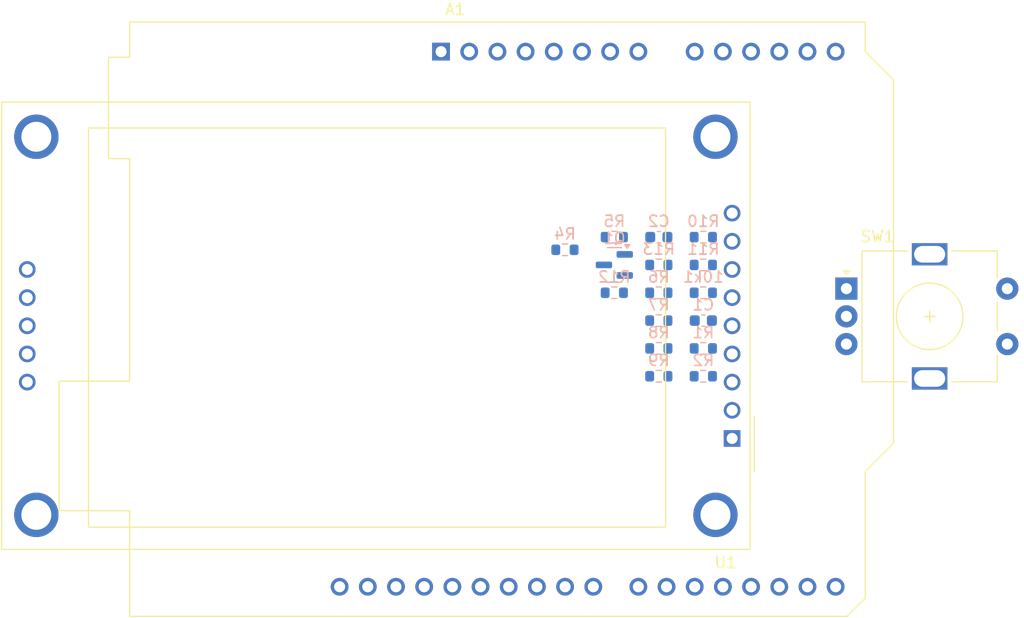
<source format=kicad_pcb>
(kicad_pcb (version 20240108) (generator "pcbnew") (generator_version "8.0")
  (layers (0 "F.Cu" signal) (31 "B.Cu" signal) (34 "B.Paste" user) (35 "F.Paste" user) (36 "B.SilkS" user "B.Silkscreen") (37 "F.SilkS" user "F.Silkscreen") (38 "B.Mask" user) (39 "F.Mask" user) (44 "Edge.Cuts" user))
  (net 0 "")
  (net 1 "+3.3V")
  (net 2 "Net-(A1-D3)")
  (net 6 "Net-(A1-D10)")
  (net 8 "Net-(A1-D8)")
  (net 16 "GND")
  (net 17 "Net-(A1-D11)")
  (net 21 "Net-(A1-D9)")
  (net 22 "Net-(A1-D7)")
  (net 23 "Net-(A1-A0)")
  (net 26 "Net-(A1-D4)")
  (net 28 "Net-(A1-D2)")
  (net 29 "Net-(A1-D13)")
  (net 31 "Net-(C1-Pad1)")
  (net 32 "Net-(C2-Pad1)")
  (net 33 "Net-(BT1-+)")
  (net 34 "Net-(U1-D{slash}~{C})")
  (net 35 "Net-(U1-~{CS})")
  (net 36 "Net-(U1-SDA)")
  (net 37 "Net-(U1-RST)")
  (net 38 "Net-(U1-BL)")
  (net 39 "Net-(U1-RESET)")
  (footprint "Rotary_Encoder:RotaryEncoder_Alps_EC11E-Switch_Vertical_H20mm" (layer "F.Cu") (at 160 55)
    (property "Reference" "SW1" (at 2.8 -4.7 0) (layer "F.SilkS"))
    (property "Value" "RotaryEncoder_Switch")
    (fp_line (start -0.3 -1.6) (end 0.3 -1.6) (stroke (width 0.12)) (layer "F.SilkS"))
    (fp_line (start 0 -1.3) (end -0.3 -1.6) (stroke (width 0.12)) (layer "F.SilkS"))
    (fp_line (start 0.3 -1.6) (end 0 -1.3) (stroke (width 0.12)) (layer "F.SilkS"))
    (fp_line (start 1.4 -3.4) (end 1.4 8.4) (stroke (width 0.12)) (layer "F.SilkS"))
    (fp_line (start 5.5 -3.4) (end 1.4 -3.4) (stroke (width 0.12)) (layer "F.SilkS"))
    (fp_line (start 5.5 8.4) (end 1.4 8.4) (stroke (width 0.12)) (layer "F.SilkS"))
    (fp_line (start 7 2.5) (end 8 2.5) (stroke (width 0.12)) (layer "F.SilkS"))
    (fp_line (start 7.5 2) (end 7.5 3) (stroke (width 0.12)) (layer "F.SilkS"))
    (fp_line (start 9.5 -3.4) (end 13.6 -3.4) (stroke (width 0.12)) (layer "F.SilkS"))
    (fp_line (start 13.6 -3.4) (end 13.6 -1) (stroke (width 0.12)) (layer "F.SilkS"))
    (fp_line (start 13.6 1.2) (end 13.6 3.8) (stroke (width 0.12)) (layer "F.SilkS"))
    (fp_line (start 13.6 6) (end 13.6 8.4) (stroke (width 0.12)) (layer "F.SilkS"))
    (fp_line (start 13.6 8.4) (end 9.5 8.4) (stroke (width 0.12)) (layer "F.SilkS"))
    (fp_circle (center 7.5 2.5) (end 10.5 2.5) (stroke (width 0.12)) (fill none) (layer "F.SilkS"))
    (pad "A" thru_hole rect (at 0 0) (size 2 2) (drill 1) (layers "*.Cu" "*.Mask") (net 31 "Net-(C1-Pad1)"))
    (pad "B" thru_hole circle (at 0 5) (size 2 2) (drill 1) (layers "*.Cu" "*.Mask") (net 16 "GND"))
    (pad "C" thru_hole circle (at 0 2.5) (size 2 2) (drill 1) (layers "*.Cu" "*.Mask") (net 32 "Net-(C2-Pad1)"))
    (pad "MP" thru_hole rect (at 7.5 -3.1) (size 3.2 2) (drill oval 2.8 1.5) (layers "*.Cu" "*.Mask"))
    (pad "MP" thru_hole rect (at 7.5 8.1) (size 3.2 2) (drill oval 2.8 1.5) (layers "*.Cu" "*.Mask"))
    (pad "S1" thru_hole circle (at 14.5 5) (size 2 2) (drill 1) (layers "*.Cu" "*.Mask") (net 2 "Net-(A1-D3)"))
    (pad "S2" thru_hole circle (at 14.5 0) (size 2 2) (drill 1) (layers "*.Cu" "*.Mask") (net 16 "GND"))
  )
  (footprint "Module:Arduino_UNO_R3" (layer "F.Cu") (at 123.47 33.625)
    (property "Reference" "A1" (at 1.27 -3.81 180) (layer "F.SilkS"))
    (property "Value" "Arduino_UNO_R3")
    (fp_line (start -34.42 29.72) (end -34.42 41.4) (stroke (width 0.12)) (layer "F.SilkS"))
    (fp_line (start -34.42 41.4) (end -28.07 41.4) (stroke (width 0.12)) (layer "F.SilkS"))
    (fp_line (start -29.97 0.51) (end -29.97 9.65) (stroke (width 0.12)) (layer "F.SilkS"))
    (fp_line (start -29.97 9.65) (end -28.07 9.65) (stroke (width 0.12)) (layer "F.SilkS"))
    (fp_line (start -28.07 -2.67) (end -28.07 0.51) (stroke (width 0.12)) (layer "F.SilkS"))
    (fp_line (start -28.07 0.51) (end -29.97 0.51) (stroke (width 0.12)) (layer "F.SilkS"))
    (fp_line (start -28.07 9.65) (end -28.07 29.72) (stroke (width 0.12)) (layer "F.SilkS"))
    (fp_line (start -28.07 29.72) (end -34.42 29.72) (stroke (width 0.12)) (layer "F.SilkS"))
    (fp_line (start -28.07 41.4) (end -28.07 50.93) (stroke (width 0.12)) (layer "F.SilkS"))
    (fp_line (start -28.07 50.93) (end 36.58 50.93) (stroke (width 0.12)) (layer "F.SilkS"))
    (fp_line (start 36.58 50.93) (end 38.23 49.28) (stroke (width 0.12)) (layer "F.SilkS"))
    (fp_line (start 38.23 -2.67) (end -28.07 -2.67) (stroke (width 0.12)) (layer "F.SilkS"))
    (fp_line (start 38.23 0) (end 38.23 -2.67) (stroke (width 0.12)) (layer "F.SilkS"))
    (fp_line (start 38.23 37.85) (end 40.77 35.31) (stroke (width 0.12)) (layer "F.SilkS"))
    (fp_line (start 38.23 49.28) (end 38.23 37.85) (stroke (width 0.12)) (layer "F.SilkS"))
    (fp_line (start 40.77 2.54) (end 38.23 0) (stroke (width 0.12)) (layer "F.SilkS"))
    (fp_line (start 40.77 35.31) (end 40.77 2.54) (stroke (width 0.12)) (layer "F.SilkS"))
    (pad "1" thru_hole rect (at 0 0 90) (size 1.6 1.6) (drill 1) (layers "*.Cu" "*.Mask"))
    (pad "2" thru_hole oval (at 2.54 0 90) (size 1.6 1.6) (drill 1) (layers "*.Cu" "*.Mask"))
    (pad "3" thru_hole oval (at 5.08 0 90) (size 1.6 1.6) (drill 1) (layers "*.Cu" "*.Mask"))
    (pad "4" thru_hole oval (at 7.62 0 90) (size 1.6 1.6) (drill 1) (layers "*.Cu" "*.Mask") (net 1 "+3.3V"))
    (pad "5" thru_hole oval (at 10.16 0 90) (size 1.6 1.6) (drill 1) (layers "*.Cu" "*.Mask"))
    (pad "6" thru_hole oval (at 12.7 0 90) (size 1.6 1.6) (drill 1) (layers "*.Cu" "*.Mask") (net 16 "GND"))
    (pad "7" thru_hole oval (at 15.24 0 90) (size 1.6 1.6) (drill 1) (layers "*.Cu" "*.Mask") (net 16 "GND"))
    (pad "8" thru_hole oval (at 17.78 0 90) (size 1.6 1.6) (drill 1) (layers "*.Cu" "*.Mask"))
    (pad "9" thru_hole oval (at 22.86 0 90) (size 1.6 1.6) (drill 1) (layers "*.Cu" "*.Mask") (net 23 "Net-(A1-A0)"))
    (pad "10" thru_hole oval (at 25.4 0 90) (size 1.6 1.6) (drill 1) (layers "*.Cu" "*.Mask"))
    (pad "11" thru_hole oval (at 27.94 0 90) (size 1.6 1.6) (drill 1) (layers "*.Cu" "*.Mask"))
    (pad "12" thru_hole oval (at 30.48 0 90) (size 1.6 1.6) (drill 1) (layers "*.Cu" "*.Mask"))
    (pad "13" thru_hole oval (at 33.02 0 90) (size 1.6 1.6) (drill 1) (layers "*.Cu" "*.Mask"))
    (pad "14" thru_hole oval (at 35.56 0 90) (size 1.6 1.6) (drill 1) (layers "*.Cu" "*.Mask"))
    (pad "15" thru_hole oval (at 35.56 48.26 90) (size 1.6 1.6) (drill 1) (layers "*.Cu" "*.Mask"))
    (pad "16" thru_hole oval (at 33.02 48.26 90) (size 1.6 1.6) (drill 1) (layers "*.Cu" "*.Mask"))
    (pad "17" thru_hole oval (at 30.48 48.26 90) (size 1.6 1.6) (drill 1) (layers "*.Cu" "*.Mask") (net 28 "Net-(A1-D2)"))
    (pad "18" thru_hole oval (at 27.94 48.26 90) (size 1.6 1.6) (drill 1) (layers "*.Cu" "*.Mask") (net 2 "Net-(A1-D3)"))
    (pad "19" thru_hole oval (at 25.4 48.26 90) (size 1.6 1.6) (drill 1) (layers "*.Cu" "*.Mask") (net 26 "Net-(A1-D4)"))
    (pad "20" thru_hole oval (at 22.86 48.26 90) (size 1.6 1.6) (drill 1) (layers "*.Cu" "*.Mask"))
    (pad "21" thru_hole oval (at 20.32 48.26 90) (size 1.6 1.6) (drill 1) (layers "*.Cu" "*.Mask"))
    (pad "22" thru_hole oval (at 17.78 48.26 90) (size 1.6 1.6) (drill 1) (layers "*.Cu" "*.Mask") (net 22 "Net-(A1-D7)"))
    (pad "23" thru_hole oval (at 13.72 48.26 90) (size 1.6 1.6) (drill 1) (layers "*.Cu" "*.Mask") (net 8 "Net-(A1-D8)"))
    (pad "24" thru_hole oval (at 11.18 48.26 90) (size 1.6 1.6) (drill 1) (layers "*.Cu" "*.Mask") (net 21 "Net-(A1-D9)"))
    (pad "25" thru_hole oval (at 8.64 48.26 90) (size 1.6 1.6) (drill 1) (layers "*.Cu" "*.Mask") (net 6 "Net-(A1-D10)"))
    (pad "26" thru_hole oval (at 6.1 48.26 90) (size 1.6 1.6) (drill 1) (layers "*.Cu" "*.Mask") (net 17 "Net-(A1-D11)"))
    (pad "27" thru_hole oval (at 3.56 48.26 90) (size 1.6 1.6) (drill 1) (layers "*.Cu" "*.Mask"))
    (pad "28" thru_hole oval (at 1.02 48.26 90) (size 1.6 1.6) (drill 1) (layers "*.Cu" "*.Mask") (net 29 "Net-(A1-D13)"))
    (pad "29" thru_hole oval (at -1.52 48.26 90) (size 1.6 1.6) (drill 1) (layers "*.Cu" "*.Mask") (net 16 "GND"))
    (pad "30" thru_hole oval (at -4.06 48.26 90) (size 1.6 1.6) (drill 1) (layers "*.Cu" "*.Mask"))
    (pad "31" thru_hole oval (at -6.6 48.26 90) (size 1.6 1.6) (drill 1) (layers "*.Cu" "*.Mask"))
    (pad "32" thru_hole oval (at -9.14 48.26 90) (size 1.6 1.6) (drill 1) (layers "*.Cu" "*.Mask"))
  )
  (footprint "Display:CR2013-MI2120" (layer "F.Cu") (at 149.7 68.51 180)
    (property "Reference" "U1" (at 0.59 -11.18 360) (layer "F.SilkS"))
    (property "Value" "ST7789 SPI-8T 320x240")
    (fp_line (start 65.82 30.33) (end -1.62 30.33) (stroke (width 0.12)) (layer "F.SilkS"))
    (fp_line (start 65.82 -10.01) (end 65.82 30.33) (stroke (width 0.12)) (layer "F.SilkS"))
    (fp_line (start 58 28) (end 6 28) (stroke (width 0.12)) (layer "F.SilkS"))
    (fp_line (start 58 -8) (end 58 28) (stroke (width 0.12)) (layer "F.SilkS"))
    (fp_line (start 6 28) (end 6 -8) (stroke (width 0.12)) (layer "F.SilkS"))
    (fp_line (start 6 -8) (end 58 -8) (stroke (width 0.12)) (layer "F.SilkS"))
    (fp_line (start -1.62 30.33) (end -1.62 -10.01) (stroke (width 0.12)) (layer "F.SilkS"))
    (fp_line (start -1.62 -10.01) (end 65.82 -10.01) (stroke (width 0.12)) (layer "F.SilkS"))
    (fp_line (start -2 -3) (end -2 2) (stroke (width 0.12)) (layer "F.SilkS"))
    (pad "" thru_hole circle (at 1.5 -6.89 180) (size 4 4) (drill 2.7) (layers "*.Cu" "*.Mask"))
    (pad "" thru_hole circle (at 1.5 27.21 180) (size 4 4) (drill 2.7) (layers "*.Cu" "*.Mask"))
    (pad "" thru_hole circle (at 62.7 -6.89 180) (size 4 4) (drill 2.7) (layers "*.Cu" "*.Mask"))
    (pad "" thru_hole circle (at 62.7 27.21 180) (size 4 4) (drill 2.7) (layers "*.Cu" "*.Mask"))
    (pad "1" thru_hole rect (at 0 0 180) (size 1.5 1.5) (drill 1) (layers "*.Cu" "*.Mask") (net 16 "GND"))
    (pad "2" thru_hole circle (at 0 2.54 180) (size 1.5 1.5) (drill 1) (layers "*.Cu" "*.Mask") (net 1 "+3.3V"))
    (pad "3" thru_hole circle (at 0 5.08 180) (size 1.5 1.5) (drill 1) (layers "*.Cu" "*.Mask"))
    (pad "4" thru_hole circle (at 0 7.62 180) (size 1.5 1.5) (drill 1) (layers "*.Cu" "*.Mask") (net 39 "Net-(U1-RESET)"))
    (pad "5" thru_hole circle (at 0 10.16 180) (size 1.5 1.5) (drill 1) (layers "*.Cu" "*.Mask") (net 37 "Net-(U1-RST)"))
    (pad "6" thru_hole circle (at 0 12.7 180) (size 1.5 1.5) (drill 1) (layers "*.Cu" "*.Mask") (net 34 "Net-(U1-D{slash}~{C})"))
    (pad "7" thru_hole circle (at 0 15.24 180) (size 1.5 1.5) (drill 1) (layers "*.Cu" "*.Mask") (net 35 "Net-(U1-~{CS})"))
    (pad "8" thru_hole circle (at 0 17.78 180) (size 1.5 1.5) (drill 1) (layers "*.Cu" "*.Mask") (net 38 "Net-(U1-BL)"))
    (pad "9" thru_hole circle (at 0 20.32 180) (size 1.5 1.5) (drill 1) (layers "*.Cu" "*.Mask"))
    (pad "10" thru_hole circle (at 63.52 5.08 180) (size 1.5 1.5) (drill 1) (layers "*.Cu" "*.Mask"))
    (pad "11" thru_hole circle (at 63.52 7.62 180) (size 1.5 1.5) (drill 1) (layers "*.Cu" "*.Mask"))
    (pad "12" thru_hole circle (at 63.52 10.16 180) (size 1.5 1.5) (drill 1) (layers "*.Cu" "*.Mask"))
    (pad "13" thru_hole circle (at 63.52 12.7 180) (size 1.5 1.5) (drill 1) (layers "*.Cu" "*.Mask"))
    (pad "14" thru_hole circle (at 63.52 15.24 180) (size 1.5 1.5) (drill 1) (layers "*.Cu" "*.Mask"))
  )
  (footprint "Resistor_SMD:R_0603_1608Metric" (layer "B.Cu") (at 147.105 62.9 180)
    (property "Reference" "R2" (at 0 1.43 0) (layer "B.SilkS") (effects (justify mirror)))
    (property "Value" "10k")
    (fp_line (start 0.237258 0.5225) (end -0.237258 0.5225) (stroke (width 0.12)) (layer "B.SilkS"))
    (fp_line (start 0.237258 -0.5225) (end -0.237258 -0.5225) (stroke (width 0.12)) (layer "B.SilkS"))
    (pad "1" smd roundrect (at -0.825 0 180) (size 0.8 0.95) (layers "B.Cu" "B.Paste" "B.Mask") (net 1 "+3.3V"))
    (pad "2" smd roundrect (at 0.825 0 180) (size 0.8 0.95) (layers "B.Cu" "B.Paste" "B.Mask") (net 31 "Net-(C1-Pad1)"))
  )
  (footprint "Resistor_SMD:R_0603_1608Metric" (layer "B.Cu") (at 147.105 50.35 180)
    (property "Reference" "R10" (at 0 1.43 0) (layer "B.SilkS") (effects (justify mirror)))
    (property "Value" "10k")
    (fp_line (start 0.237258 0.5225) (end -0.237258 0.5225) (stroke (width 0.12)) (layer "B.SilkS"))
    (fp_line (start 0.237258 -0.5225) (end -0.237258 -0.5225) (stroke (width 0.12)) (layer "B.SilkS"))
    (pad "1" smd roundrect (at -0.825 0 180) (size 0.8 0.95) (layers "B.Cu" "B.Paste" "B.Mask") (net 16 "GND"))
    (pad "2" smd roundrect (at 0.825 0 180) (size 0.8 0.95) (layers "B.Cu" "B.Paste" "B.Mask") (net 23 "Net-(A1-A0)"))
  )
  (footprint "Resistor_SMD:R_0603_1608Metric" (layer "B.Cu") (at 143.095 57.88 180)
    (property "Reference" "R7" (at 0 1.43 0) (layer "B.SilkS") (effects (justify mirror)))
    (property "Value" "1.5k")
    (fp_line (start 0.237258 0.5225) (end -0.237258 0.5225) (stroke (width 0.12)) (layer "B.SilkS"))
    (fp_line (start 0.237258 -0.5225) (end -0.237258 -0.5225) (stroke (width 0.12)) (layer "B.SilkS"))
    (pad "1" smd roundrect (at -0.825 0 180) (size 0.8 0.95) (layers "B.Cu" "B.Paste" "B.Mask") (net 34 "Net-(U1-D{slash}~{C})"))
    (pad "2" smd roundrect (at 0.825 0 180) (size 0.8 0.95) (layers "B.Cu" "B.Paste" "B.Mask") (net 21 "Net-(A1-D9)"))
  )
  (footprint "Resistor_SMD:R_0603_1608Metric" (layer "B.Cu") (at 143.095 52.86 180)
    (property "Reference" "R13" (at 0 1.43 0) (layer "B.SilkS") (effects (justify mirror)))
    (property "Value" "1.5k")
    (fp_line (start 0.237258 0.5225) (end -0.237258 0.5225) (stroke (width 0.12)) (layer "B.SilkS"))
    (fp_line (start 0.237258 -0.5225) (end -0.237258 -0.5225) (stroke (width 0.12)) (layer "B.SilkS"))
    (pad "1" smd roundrect (at -0.825 0 180) (size 0.8 0.95) (layers "B.Cu" "B.Paste" "B.Mask") (net 39 "Net-(U1-RESET)"))
    (pad "2" smd roundrect (at 0.825 0 180) (size 0.8 0.95) (layers "B.Cu" "B.Paste" "B.Mask") (net 8 "Net-(A1-D8)"))
  )
  (footprint "Resistor_SMD:R_0603_1608Metric" (layer "B.Cu") (at 147.105 52.86 180)
    (property "Reference" "R11" (at 0 1.43 0) (layer "B.SilkS") (effects (justify mirror)))
    (property "Value" "1.5k")
    (fp_line (start 0.237258 0.5225) (end -0.237258 0.5225) (stroke (width 0.12)) (layer "B.SilkS"))
    (fp_line (start 0.237258 -0.5225) (end -0.237258 -0.5225) (stroke (width 0.12)) (layer "B.SilkS"))
    (pad "1" smd roundrect (at -0.825 0 180) (size 0.8 0.95) (layers "B.Cu" "B.Paste" "B.Mask") (net 37 "Net-(U1-RST)"))
    (pad "2" smd roundrect (at 0.825 0 180) (size 0.8 0.95) (layers "B.Cu" "B.Paste" "B.Mask") (net 29 "Net-(A1-D13)"))
  )
  (footprint "Resistor_SMD:R_0603_1608Metric" (layer "B.Cu") (at 147.105 55.37 180)
    (property "Reference" "10k1" (at 0 1.43 0) (layer "B.SilkS") (effects (justify mirror)))
    (property "Value" "1.5k")
    (fp_line (start 0.237258 0.5225) (end -0.237258 0.5225) (stroke (width 0.12)) (layer "B.SilkS"))
    (fp_line (start 0.237258 -0.5225) (end -0.237258 -0.5225) (stroke (width 0.12)) (layer "B.SilkS"))
    (pad "1" smd roundrect (at -0.825 0 180) (size 0.8 0.95) (layers "B.Cu" "B.Paste" "B.Mask") (net 2 "Net-(A1-D3)"))
    (pad "2" smd roundrect (at 0.825 0 180) (size 0.8 0.95) (layers "B.Cu" "B.Paste" "B.Mask") (net 1 "+3.3V"))
  )
  (footprint "Resistor_SMD:R_0603_1608Metric" (layer "B.Cu") (at 134.635 51.495 180)
    (property "Reference" "R4" (at 0 1.43 0) (layer "B.SilkS") (effects (justify mirror)))
    (property "Value" "10k")
    (fp_line (start 0.237258 0.5225) (end -0.237258 0.5225) (stroke (width 0.12)) (layer "B.SilkS"))
    (fp_line (start 0.237258 -0.5225) (end -0.237258 -0.5225) (stroke (width 0.12)) (layer "B.SilkS"))
    (pad "1" smd roundrect (at -0.825 0 180) (size 0.8 0.95) (layers "B.Cu" "B.Paste" "B.Mask") (net 32 "Net-(C2-Pad1)"))
    (pad "2" smd roundrect (at 0.825 0 180) (size 0.8 0.95) (layers "B.Cu" "B.Paste" "B.Mask") (net 26 "Net-(A1-D4)"))
  )
  (footprint "Capacitor_SMD:C_0603_1608Metric" (layer "B.Cu") (at 147.105 57.88 180)
    (property "Reference" "C1" (at 0 1.43 0) (layer "B.SilkS") (effects (justify mirror)))
    (property "Value" "100n")
    (fp_line (start 0.14058 0.51) (end -0.14058 0.51) (stroke (width 0.12)) (layer "B.SilkS"))
    (fp_line (start 0.14058 -0.51) (end -0.14058 -0.51) (stroke (width 0.12)) (layer "B.SilkS"))
    (pad "1" smd roundrect (at -0.775 0 180) (size 0.9 0.95) (layers "B.Cu" "B.Paste" "B.Mask") (net 31 "Net-(C1-Pad1)"))
    (pad "2" smd roundrect (at 0.775 0 180) (size 0.9 0.95) (layers "B.Cu" "B.Paste" "B.Mask") (net 16 "GND"))
  )
  (footprint "Resistor_SMD:R_0603_1608Metric" (layer "B.Cu") (at 139.085 50.35 180)
    (property "Reference" "R5" (at 0 1.43 0) (layer "B.SilkS") (effects (justify mirror)))
    (property "Value" "10k")
    (fp_line (start 0.237258 0.5225) (end -0.237258 0.5225) (stroke (width 0.12)) (layer "B.SilkS"))
    (fp_line (start 0.237258 -0.5225) (end -0.237258 -0.5225) (stroke (width 0.12)) (layer "B.SilkS"))
    (pad "1" smd roundrect (at -0.825 0 180) (size 0.8 0.95) (layers "B.Cu" "B.Paste" "B.Mask") (net 31 "Net-(C1-Pad1)"))
    (pad "2" smd roundrect (at 0.825 0 180) (size 0.8 0.95) (layers "B.Cu" "B.Paste" "B.Mask") (net 28 "Net-(A1-D2)"))
  )
  (footprint "Capacitor_SMD:C_0603_1608Metric" (layer "B.Cu") (at 143.095 50.35 180)
    (property "Reference" "C2" (at 0 1.43 0) (layer "B.SilkS") (effects (justify mirror)))
    (property "Value" "100n")
    (fp_line (start 0.14058 0.51) (end -0.14058 0.51) (stroke (width 0.12)) (layer "B.SilkS"))
    (fp_line (start 0.14058 -0.51) (end -0.14058 -0.51) (stroke (width 0.12)) (layer "B.SilkS"))
    (pad "1" smd roundrect (at -0.775 0 180) (size 0.9 0.95) (layers "B.Cu" "B.Paste" "B.Mask") (net 32 "Net-(C2-Pad1)"))
    (pad "2" smd roundrect (at 0.775 0 180) (size 0.9 0.95) (layers "B.Cu" "B.Paste" "B.Mask") (net 16 "GND"))
  )
  (footprint "Resistor_SMD:R_0603_1608Metric" (layer "B.Cu") (at 143.095 62.9 180)
    (property "Reference" "R9" (at 0 1.43 0) (layer "B.SilkS") (effects (justify mirror)))
    (property "Value" "1.5k")
    (fp_line (start 0.237258 0.5225) (end -0.237258 0.5225) (stroke (width 0.12)) (layer "B.SilkS"))
    (fp_line (start 0.237258 -0.5225) (end -0.237258 -0.5225) (stroke (width 0.12)) (layer "B.SilkS"))
    (pad "1" smd roundrect (at -0.825 0 180) (size 0.8 0.95) (layers "B.Cu" "B.Paste" "B.Mask") (net 36 "Net-(U1-SDA)"))
    (pad "2" smd roundrect (at 0.825 0 180) (size 0.8 0.95) (layers "B.Cu" "B.Paste" "B.Mask") (net 17 "Net-(A1-D11)"))
  )
  (footprint "Package_TO_SOT_SMD:SOT-23" (layer "B.Cu") (at 139.085 52.86 180)
    (property "Reference" "Q1" (at 0 2.4 0) (layer "B.SilkS") (effects (justify mirror)))
    (property "Value" "AO3401A")
    (fp_line (start 0.65 1.56) (end 0 1.56) (stroke (width 0.12)) (layer "B.SilkS"))
    (fp_line (start 0.65 -1.56) (end 0 -1.56) (stroke (width 0.12)) (layer "B.SilkS"))
    (fp_line (start -0.65 1.56) (end 0 1.56) (stroke (width 0.12)) (layer "B.SilkS"))
    (fp_line (start -0.65 -1.56) (end 0 -1.56) (stroke (width 0.12)) (layer "B.SilkS"))
    (fp_poly (pts (xy -1.1625 1.51) (xy -1.4025 1.84) (xy -0.9225 1.84) (xy -1.1625 1.51)) (stroke (width 0.12)) (fill solid) (layer "B.SilkS"))
    (pad "1" smd roundrect (at -0.9375 0.95 180) (size 1.475 0.6) (layers "B.Cu" "B.Paste" "B.Mask") (net 16 "GND"))
    (pad "2" smd roundrect (at -0.9375 -0.95 180) (size 1.475 0.6) (layers "B.Cu" "B.Paste" "B.Mask") (net 1 "+3.3V"))
    (pad "3" smd roundrect (at 0.9375 0 180) (size 1.475 0.6) (layers "B.Cu" "B.Paste" "B.Mask") (net 33 "Net-(BT1-+)"))
  )
  (footprint "Resistor_SMD:R_0603_1608Metric" (layer "B.Cu") (at 143.095 60.39 180)
    (property "Reference" "R8" (at 0 1.43 0) (layer "B.SilkS") (effects (justify mirror)))
    (property "Value" "1.5k")
    (fp_line (start 0.237258 0.5225) (end -0.237258 0.5225) (stroke (width 0.12)) (layer "B.SilkS"))
    (fp_line (start 0.237258 -0.5225) (end -0.237258 -0.5225) (stroke (width 0.12)) (layer "B.SilkS"))
    (pad "1" smd roundrect (at -0.825 0 180) (size 0.8 0.95) (layers "B.Cu" "B.Paste" "B.Mask") (net 35 "Net-(U1-~{CS})"))
    (pad "2" smd roundrect (at 0.825 0 180) (size 0.8 0.95) (layers "B.Cu" "B.Paste" "B.Mask") (net 6 "Net-(A1-D10)"))
  )
  (footprint "Resistor_SMD:R_0603_1608Metric" (layer "B.Cu") (at 139.085 55.37 180)
    (property "Reference" "R12" (at 0 1.43 0) (layer "B.SilkS") (effects (justify mirror)))
    (property "Value" "1.5k")
    (fp_line (start 0.237258 0.5225) (end -0.237258 0.5225) (stroke (width 0.12)) (layer "B.SilkS"))
    (fp_line (start 0.237258 -0.5225) (end -0.237258 -0.5225) (stroke (width 0.12)) (layer "B.SilkS"))
    (pad "1" smd roundrect (at -0.825 0 180) (size 0.8 0.95) (layers "B.Cu" "B.Paste" "B.Mask") (net 38 "Net-(U1-BL)"))
    (pad "2" smd roundrect (at 0.825 0 180) (size 0.8 0.95) (layers "B.Cu" "B.Paste" "B.Mask") (net 22 "Net-(A1-D7)"))
  )
  (footprint "Resistor_SMD:R_0603_1608Metric" (layer "B.Cu") (at 143.095 55.37 180)
    (property "Reference" "R6" (at 0 1.43 0) (layer "B.SilkS") (effects (justify mirror)))
    (property "Value" "100k")
    (fp_line (start 0.237258 0.5225) (end -0.237258 0.5225) (stroke (width 0.12)) (layer "B.SilkS"))
    (fp_line (start 0.237258 -0.5225) (end -0.237258 -0.5225) (stroke (width 0.12)) (layer "B.SilkS"))
    (pad "1" smd roundrect (at -0.825 0 180) (size 0.8 0.95) (layers "B.Cu" "B.Paste" "B.Mask") (net 23 "Net-(A1-A0)"))
    (pad "2" smd roundrect (at 0.825 0 180) (size 0.8 0.95) (layers "B.Cu" "B.Paste" "B.Mask") (net 1 "+3.3V"))
  )
  (footprint "Resistor_SMD:R_0603_1608Metric" (layer "B.Cu") (at 147.105 60.39 180)
    (property "Reference" "R1" (at 0 1.43 0) (layer "B.SilkS") (effects (justify mirror)))
    (property "Value" "10k")
    (fp_line (start 0.237258 0.5225) (end -0.237258 0.5225) (stroke (width 0.12)) (layer "B.SilkS"))
    (fp_line (start 0.237258 -0.5225) (end -0.237258 -0.5225) (stroke (width 0.12)) (layer "B.SilkS"))
    (pad "1" smd roundrect (at -0.825 0 180) (size 0.8 0.95) (layers "B.Cu" "B.Paste" "B.Mask") (net 1 "+3.3V"))
    (pad "2" smd roundrect (at 0.825 0 180) (size 0.8 0.95) (layers "B.Cu" "B.Paste" "B.Mask") (net 32 "Net-(C2-Pad1)"))
  )
)
</source>
